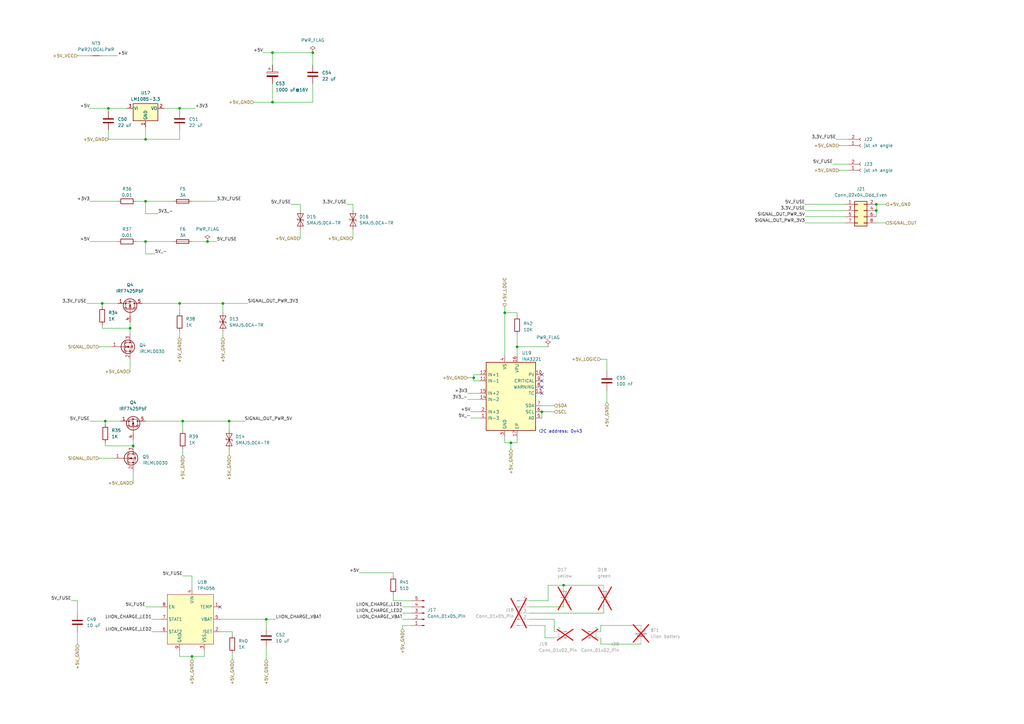
<source format=kicad_sch>
(kicad_sch (version 20231120) (generator "eeschema") (generator_version "8.0")
  (paper "A3")
  (lib_symbols
    (symbol "Connector:Conn_01x02_Pin" (pin_names (offset 1.016) hide)
      (property "Reference" "J" (at 0 2.54 0))
      (property "Value" "Conn_01x02_Pin" (at 0 -5.08 0))
      (symbol "Conn_01x02_Pin_1_1"
        (polyline (pts (xy 1.27 -2.54) (xy 0.8636 -2.54)) (stroke (width 0.1524)))
        (polyline (pts (xy 1.27 0) (xy 0.8636 0)) (stroke (width 0.1524)))
        (rectangle (start 0.8636 -2.413) (end 0 -2.667) (stroke (width 0.1524)) (fill (type outline)))
        (rectangle (start 0.8636 0.127) (end 0 -0.127) (stroke (width 0.1524)) (fill (type outline)))
        (pin passive line (at 5.08 0 180) (length 3.81) (name "Pin_1") (number "1"))
        (pin passive line (at 5.08 -2.54 180) (length 3.81) (name "Pin_2") (number "2"))
      )
    )
    (symbol "Connector:Conn_01x02_Socket" (pin_names (offset 1.016) hide)
      (property "Reference" "J" (at 0 2.54 0))
      (property "Value" "Conn_01x02_Socket" (at 0 -5.08 0))
      (symbol "Conn_01x02_Socket_1_1"
        (arc (start 0 -2.032) (mid -0.5058 -2.54) (end 0 -3.048) (stroke (width 0.1524)))
        (polyline (pts (xy -1.27 -2.54) (xy -0.508 -2.54)) (stroke (width 0.1524)))
        (polyline (pts (xy -1.27 0) (xy -0.508 0)) (stroke (width 0.1524)))
        (arc (start 0 0.508) (mid -0.5058 0) (end 0 -0.508) (stroke (width 0.1524)))
        (pin passive line (at -5.08 0 0) (length 3.81) (name "Pin_1") (number "1"))
        (pin passive line (at -5.08 -2.54 0) (length 3.81) (name "Pin_2") (number "2"))
      )
    )
    (symbol "Connector:Conn_01x05_Pin" (pin_names (offset 1.016) hide)
      (property "Reference" "J" (at 0 7.62 0))
      (property "Value" "Conn_01x05_Pin" (at 0 -7.62 0))
      (symbol "Conn_01x05_Pin_1_1"
        (polyline (pts (xy 1.27 -5.08) (xy 0.8636 -5.08)) (stroke (width 0.1524)))
        (polyline (pts (xy 1.27 -2.54) (xy 0.8636 -2.54)) (stroke (width 0.1524)))
        (polyline (pts (xy 1.27 0) (xy 0.8636 0)) (stroke (width 0.1524)))
        (polyline (pts (xy 1.27 2.54) (xy 0.8636 2.54)) (stroke (width 0.1524)))
        (polyline (pts (xy 1.27 5.08) (xy 0.8636 5.08)) (stroke (width 0.1524)))
        (rectangle (start 0.8636 -4.953) (end 0 -5.207) (stroke (width 0.1524)) (fill (type outline)))
        (rectangle (start 0.8636 -2.413) (end 0 -2.667) (stroke (width 0.1524)) (fill (type outline)))
        (rectangle (start 0.8636 0.127) (end 0 -0.127) (stroke (width 0.1524)) (fill (type outline)))
        (rectangle (start 0.8636 2.667) (end 0 2.413) (stroke (width 0.1524)) (fill (type outline)))
        (rectangle (start 0.8636 5.207) (end 0 4.953) (stroke (width 0.1524)) (fill (type outline)))
        (pin passive line (at 5.08 5.08 180) (length 3.81) (name "Pin_1") (number "1"))
        (pin passive line (at 5.08 2.54 180) (length 3.81) (name "Pin_2") (number "2"))
        (pin passive line (at 5.08 0 180) (length 3.81) (name "Pin_3") (number "3"))
        (pin passive line (at 5.08 -2.54 180) (length 3.81) (name "Pin_4") (number "4"))
        (pin passive line (at 5.08 -5.08 180) (length 3.81) (name "Pin_5") (number "5"))
      )
    )
    (symbol "Connector_Generic:Conn_02x04_Odd_Even" (pin_names (offset 1.016) hide)
      (property "Reference" "J" (at 1.27 5.08 0))
      (property "Value" "Conn_02x04_Odd_Even" (at 1.27 -7.62 0))
      (symbol "Conn_02x04_Odd_Even_1_1"
        (rectangle (start -1.27 -4.953) (end 0 -5.207) (stroke (width 0.1524)))
        (rectangle (start -1.27 -2.413) (end 0 -2.667) (stroke (width 0.1524)))
        (rectangle (start -1.27 0.127) (end 0 -0.127) (stroke (width 0.1524)))
        (rectangle (start -1.27 2.667) (end 0 2.413) (stroke (width 0.1524)))
        (rectangle (start -1.27 3.81) (end 3.81 -6.35) (stroke (width 0.254)) (fill (type background)))
        (rectangle (start 3.81 -4.953) (end 2.54 -5.207) (stroke (width 0.1524)))
        (rectangle (start 3.81 -2.413) (end 2.54 -2.667) (stroke (width 0.1524)))
        (rectangle (start 3.81 0.127) (end 2.54 -0.127) (stroke (width 0.1524)))
        (rectangle (start 3.81 2.667) (end 2.54 2.413) (stroke (width 0.1524)))
        (pin passive line (at -5.08 2.54 0) (length 3.81) (name "Pin_1") (number "1"))
        (pin passive line (at 7.62 2.54 180) (length 3.81) (name "Pin_2") (number "2"))
        (pin passive line (at -5.08 0 0) (length 3.81) (name "Pin_3") (number "3"))
        (pin passive line (at 7.62 0 180) (length 3.81) (name "Pin_4") (number "4"))
        (pin passive line (at -5.08 -2.54 0) (length 3.81) (name "Pin_5") (number "5"))
        (pin passive line (at 7.62 -2.54 180) (length 3.81) (name "Pin_6") (number "6"))
        (pin passive line (at -5.08 -5.08 0) (length 3.81) (name "Pin_7") (number "7"))
        (pin passive line (at 7.62 -5.08 180) (length 3.81) (name "Pin_8") (number "8"))
      )
    )
    (symbol "Device:Battery_Cell" (pin_numbers hide) (pin_names (offset 0) hide)
      (property "Reference" "BT" (at 2.54 2.54 0))
      (property "Value" "Battery_Cell" (at 2.54 0 0))
      (symbol "Battery_Cell_0_1"
        (rectangle (start -2.286 1.778) (end 2.286 1.524) (fill (type outline)))
        (rectangle (start -1.524 1.016) (end 1.524 0.508) (fill (type outline)))
        (polyline (pts (xy 0 0.762) (xy 0 0)))
        (polyline (pts (xy 0 1.778) (xy 0 2.54)))
        (polyline (pts (xy 0.762 3.048) (xy 1.778 3.048)) (stroke (width 0.254)))
        (polyline (pts (xy 1.27 3.556) (xy 1.27 2.54)) (stroke (width 0.254)))
      )
      (symbol "Battery_Cell_1_1"
        (pin passive line (at 0 5.08 270) (length 2.54) (name "+") (number "1"))
        (pin passive line (at 0 -2.54 90) (length 2.54) (name "-") (number "2"))
      )
    )
    (symbol "Device:C" (pin_numbers hide) (pin_names (offset 0.254))
      (property "Reference" "C" (at 0.635 2.54 0))
      (property "Value" "C" (at 0.635 -2.54 0))
      (symbol "C_0_1"
        (polyline (pts (xy -2.032 -0.762) (xy 2.032 -0.762)) (stroke (width 0.508)))
        (polyline (pts (xy -2.032 0.762) (xy 2.032 0.762)) (stroke (width 0.508)))
      )
      (symbol "C_1_1"
        (pin passive line (at 0 3.81 270) (length 2.794) (name "~") (number "1"))
        (pin passive line (at 0 -3.81 90) (length 2.794) (name "~") (number "2"))
      )
    )
    (symbol "Device:C_Polarized" (pin_numbers hide) (pin_names (offset 0.254))
      (property "Reference" "C" (at 0.635 2.54 0))
      (property "Value" "C_Polarized" (at 0.635 -2.54 0))
      (symbol "C_Polarized_0_1"
        (rectangle (start -2.286 0.508) (end 2.286 1.016))
        (polyline (pts (xy -1.778 2.286) (xy -0.762 2.286)))
        (polyline (pts (xy -1.27 2.794) (xy -1.27 1.778)))
        (rectangle (start 2.286 -0.508) (end -2.286 -1.016) (fill (type outline)))
      )
      (symbol "C_Polarized_1_1"
        (pin passive line (at 0 3.81 270) (length 2.794) (name "~") (number "1"))
        (pin passive line (at 0 -3.81 90) (length 2.794) (name "~") (number "2"))
      )
    )
    (symbol "Device:Fuse" (pin_numbers hide) (pin_names (offset 0))
      (property "Reference" "F" (at 2.032 0 90))
      (property "Value" "Fuse" (at -1.905 0 90))
      (symbol "Fuse_0_1"
        (rectangle (start -0.762 -2.54) (end 0.762 2.54) (stroke (width 0.254)))
        (polyline (pts (xy 0 2.54) (xy 0 -2.54)))
      )
      (symbol "Fuse_1_1"
        (pin passive line (at 0 3.81 270) (length 1.27) (name "~") (number "1"))
        (pin passive line (at 0 -3.81 90) (length 1.27) (name "~") (number "2"))
      )
    )
    (symbol "Device:LED" (pin_numbers hide) (pin_names (offset 1.016) hide)
      (property "Reference" "D" (at 0 2.54 0))
      (property "Value" "LED" (at 0 -2.54 0))
      (symbol "LED_0_1"
        (polyline (pts (xy -1.27 -1.27) (xy -1.27 1.27)) (stroke (width 0.254)))
        (polyline (pts (xy -1.27 0) (xy 1.27 0)))
        (polyline (pts (xy 1.27 -1.27) (xy 1.27 1.27) (xy -1.27 0) (xy 1.27 -1.27)) (stroke (width 0.254)))
        (polyline (pts (xy -3.048 -0.762) (xy -4.572 -2.286) (xy -3.81 -2.286) (xy -4.572 -2.286) (xy -4.572 -1.524)))
        (polyline (pts (xy -1.778 -0.762) (xy -3.302 -2.286) (xy -2.54 -2.286) (xy -3.302 -2.286) (xy -3.302 -1.524)))
      )
      (symbol "LED_1_1"
        (pin passive line (at -3.81 0 0) (length 2.54) (name "K") (number "1"))
        (pin passive line (at 3.81 0 180) (length 2.54) (name "A") (number "2"))
      )
    )
    (symbol "Device:NetTie_2" (pin_numbers hide) (pin_names (offset 0) hide) (in_bom no)
      (property "Reference" "NT" (at 0 1.27 0))
      (property "Value" "NetTie_2" (at 0 -1.27 0))
      (symbol "NetTie_2_0_1"
        (polyline (pts (xy -1.27 0) (xy 1.27 0)) (stroke (width 0.254)))
      )
      (symbol "NetTie_2_1_1"
        (pin passive line (at -2.54 0 0) (length 2.54) (name "1") (number "1"))
        (pin passive line (at 2.54 0 180) (length 2.54) (name "2") (number "2"))
      )
    )
    (symbol "Device:R" (pin_numbers hide) (pin_names (offset 0))
      (property "Reference" "R" (at 2.032 0 90))
      (property "Value" "R" (at 0 0 90))
      (symbol "R_0_1"
        (rectangle (start -1.016 -2.54) (end 1.016 2.54) (stroke (width 0.254)))
      )
      (symbol "R_1_1"
        (pin passive line (at 0 3.81 270) (length 1.27) (name "~") (number "1"))
        (pin passive line (at 0 -3.81 90) (length 1.27) (name "~") (number "2"))
      )
    )
    (symbol "Diode:ESD9B3.3ST5G" (pin_numbers hide) (pin_names (offset 1.016) hide)
      (property "Reference" "D" (at 0 2.54 0))
      (property "Value" "ESD9B3.3ST5G" (at 0 -2.54 0))
      (symbol "ESD9B3.3ST5G_0_1"
        (polyline (pts (xy 1.27 0) (xy -1.27 0)))
        (polyline (pts (xy -2.54 -1.27) (xy 0 0) (xy -2.54 1.27) (xy -2.54 -1.27)) (stroke (width 0.2032)))
        (polyline (pts (xy 0.508 1.27) (xy 0 1.27) (xy 0 -1.27) (xy -0.508 -1.27)) (stroke (width 0.2032)))
        (polyline (pts (xy 2.54 1.27) (xy 2.54 -1.27) (xy 0 0) (xy 2.54 1.27)) (stroke (width 0.2032)))
      )
      (symbol "ESD9B3.3ST5G_1_1"
        (pin passive line (at -3.81 0 0) (length 2.54) (name "A1") (number "1"))
        (pin passive line (at 3.81 0 180) (length 2.54) (name "A2") (number "2"))
      )
    )
    (symbol "My_Library:TP4056"
      (property "Reference" "U" (at 0 1.27 0))
      (property "Value" "TP4056" (at 0 -5.08 0))
      (symbol "TP4056_0_1"
        (polyline (pts (xy -10.16 7.62) (xy -10.16 -12.7) (xy 8.89 -12.7) (xy 8.89 7.62) (xy -10.16 7.62)) (fill (type background)))
      )
      (symbol "TP4056_1_0"
        (pin input line (at 11.43 2.54 180) (length 2.54) (name "TEMP") (number "1"))
      )
      (symbol "TP4056_1_1"
        (pin bidirectional line (at 11.43 -7.62 180) (length 2.54) (name "ISET") (number "2"))
        (pin power_in line (at 5.08 -15.24 90) (length 2.54) (name "VSS") (number "3"))
        (pin power_in line (at 0 10.16 270) (length 2.54) (name "VIN") (number "4"))
        (pin power_out line (at 11.43 -2.54 180) (length 2.54) (name "VBAT") (number "5"))
        (pin open_collector line (at -12.7 -7.62 0) (length 2.54) (name "STAT2") (number "6"))
        (pin open_collector line (at -12.7 -2.54 0) (length 2.54) (name "STAT1") (number "7"))
        (pin input line (at -12.7 2.54 0) (length 2.54) (name "EN") (number "8"))
        (pin power_in line (at -5.08 -15.24 90) (length 2.54) (name "GND") (number "9"))
      )
    )
    (symbol "Power_Management:INA3221"
      (property "Reference" "U" (at -10.16 17.78 0))
      (property "Value" "INA3221" (at 5.08 17.78 0))
      (symbol "INA3221_0_1"
        (rectangle (start 10.16 -12.7) (end -10.16 15.24) (stroke (width 0.254)) (fill (type background)))
      )
      (symbol "INA3221_1_1"
        (pin input line (at -12.7 -7.62 0) (length 2.54) (name "IN-3") (number "1"))
        (pin open_collector line (at 12.7 10.16 180) (length 2.54) (name "PV") (number "10"))
        (pin input line (at -12.7 7.62 0) (length 2.54) (name "IN-1") (number "11"))
        (pin input line (at -12.7 10.16 0) (length 2.54) (name "IN+1") (number "12"))
        (pin open_collector line (at 12.7 2.54 180) (length 2.54) (name "TC") (number "13"))
        (pin input line (at -12.7 0 0) (length 2.54) (name "IN-2") (number "14"))
        (pin input line (at -12.7 2.54 0) (length 2.54) (name "IN+2") (number "15"))
        (pin power_in line (at 2.54 17.78 270) (length 2.54) (name "VPU") (number "16"))
        (pin passive line (at 2.54 -15.24 90) (length 2.54) (name "EP") (number "17"))
        (pin input line (at -12.7 -5.08 0) (length 2.54) (name "IN+3") (number "2"))
        (pin power_in line (at -2.54 -15.24 90) (length 2.54) (name "GND") (number "3"))
        (pin power_in line (at -2.54 17.78 270) (length 2.54) (name "VS") (number "4"))
        (pin input line (at 12.7 -7.62 180) (length 2.54) (name "A0") (number "5"))
        (pin input line (at 12.7 -5.08 180) (length 2.54) (name "SCL") (number "6"))
        (pin bidirectional line (at 12.7 -2.54 180) (length 2.54) (name "SDA") (number "7"))
        (pin open_collector line (at 12.7 5.08 180) (length 2.54) (name "WARNING") (number "8"))
        (pin open_collector line (at 12.7 7.62 180) (length 2.54) (name "CRITICAL") (number "9"))
      )
    )
    (symbol "Regulator_Linear:LM1085-3.3" (pin_names (offset 0.254))
      (property "Reference" "U" (at -3.81 3.175 0))
      (property "Value" "LM1085-3.3" (at 0 3.175 0))
      (symbol "LM1085-3.3_0_1"
        (rectangle (start -5.08 1.905) (end 5.08 -5.08) (stroke (width 0.254)) (fill (type background)))
      )
      (symbol "LM1085-3.3_1_1"
        (pin power_in line (at 0 -7.62 90) (length 2.54) (name "GND") (number "1"))
        (pin power_out line (at 7.62 0 180) (length 2.54) (name "VO") (number "2"))
        (pin power_in line (at -7.62 0 0) (length 2.54) (name "VI") (number "3"))
      )
    )
    (symbol "Transistor_FET:IRF7404" (pin_names hide)
      (property "Reference" "Q" (at 5.08 1.905 0))
      (property "Value" "IRF7404" (at 5.08 0 0))
      (symbol "IRF7404_0_1"
        (polyline (pts (xy 0.254 0) (xy -2.54 0)))
        (polyline (pts (xy 0.254 1.905) (xy 0.254 -1.905)) (stroke (width 0.254)))
        (polyline (pts (xy 0.762 -1.27) (xy 0.762 -2.286)) (stroke (width 0.254)))
        (polyline (pts (xy 0.762 0.508) (xy 0.762 -0.508)) (stroke (width 0.254)))
        (polyline (pts (xy 0.762 2.286) (xy 0.762 1.27)) (stroke (width 0.254)))
        (polyline (pts (xy 2.54 2.54) (xy 2.54 1.778)))
        (polyline (pts (xy 2.54 -2.54) (xy 2.54 0) (xy 0.762 0)))
        (polyline (pts (xy 0.762 1.778) (xy 3.302 1.778) (xy 3.302 -1.778) (xy 0.762 -1.778)))
        (polyline (pts (xy 2.286 0) (xy 1.27 0.381) (xy 1.27 -0.381) (xy 2.286 0)) (fill (type outline)))
        (polyline (pts (xy 2.794 -0.508) (xy 2.921 -0.381) (xy 3.683 -0.381) (xy 3.81 -0.254)))
        (polyline (pts (xy 3.302 -0.381) (xy 2.921 0.254) (xy 3.683 0.254) (xy 3.302 -0.381)))
        (circle (center 1.651 0) (radius 2.794) (stroke (width 0.254)))
        (circle (center 2.54 -1.778) (radius 0.254) (fill (type outline)))
        (circle (center 2.54 1.778) (radius 0.254) (fill (type outline)))
      )
      (symbol "IRF7404_1_1"
        (pin passive line (at 2.54 -5.08 90) (length 2.54) (name "S") (number "1"))
        (pin passive line (at 2.54 -5.08 90) (length 2.54) hide (name "S") (number "2"))
        (pin passive line (at 2.54 -5.08 90) (length 2.54) hide (name "S") (number "3"))
        (pin passive line (at -5.08 0 0) (length 2.54) (name "G") (number "4"))
        (pin passive line (at 2.54 5.08 270) (length 2.54) (name "D") (number "5"))
        (pin passive line (at 2.54 5.08 270) (length 2.54) hide (name "D") (number "6"))
        (pin passive line (at 2.54 5.08 270) (length 2.54) hide (name "D") (number "7"))
        (pin passive line (at 2.54 5.08 270) (length 2.54) hide (name "D") (number "8"))
      )
    )
    (symbol "Transistor_FET:IRLML0030" (pin_names hide)
      (property "Reference" "Q" (at 5.08 1.905 0))
      (property "Value" "IRLML0030" (at 5.08 0 0))
      (symbol "IRLML0030_0_1"
        (polyline (pts (xy 0.254 0) (xy -2.54 0)))
        (polyline (pts (xy 0.254 1.905) (xy 0.254 -1.905)) (stroke (width 0.254)))
        (polyline (pts (xy 0.762 -1.27) (xy 0.762 -2.286)) (stroke (width 0.254)))
        (polyline (pts (xy 0.762 0.508) (xy 0.762 -0.508)) (stroke (width 0.254)))
        (polyline (pts (xy 0.762 2.286) (xy 0.762 1.27)) (stroke (width 0.254)))
        (polyline (pts (xy 2.54 2.54) (xy 2.54 1.778)))
        (polyline (pts (xy 2.54 -2.54) (xy 2.54 0) (xy 0.762 0)))
        (polyline (pts (xy 0.762 -1.778) (xy 3.302 -1.778) (xy 3.302 1.778) (xy 0.762 1.778)))
        (polyline (pts (xy 1.016 0) (xy 2.032 0.381) (xy 2.032 -0.381) (xy 1.016 0)) (fill (type outline)))
        (polyline (pts (xy 2.794 0.508) (xy 2.921 0.381) (xy 3.683 0.381) (xy 3.81 0.254)))
        (polyline (pts (xy 3.302 0.381) (xy 2.921 -0.254) (xy 3.683 -0.254) (xy 3.302 0.381)))
        (circle (center 1.651 0) (radius 2.794) (stroke (width 0.254)))
        (circle (center 2.54 -1.778) (radius 0.254) (fill (type outline)))
        (circle (center 2.54 1.778) (radius 0.254) (fill (type outline)))
      )
      (symbol "IRLML0030_1_1"
        (pin input line (at -5.08 0 0) (length 2.54) (name "G") (number "1"))
        (pin passive line (at 2.54 -5.08 90) (length 2.54) (name "S") (number "2"))
        (pin passive line (at 2.54 5.08 270) (length 2.54) (name "D") (number "3"))
      )
    )
    (symbol "power:PWR_FLAG" (power) (pin_numbers hide) (pin_names (offset 0) hide)
      (property "Value" "PWR_FLAG" (at 0 3.81 0))
      (symbol "PWR_FLAG_0_0"
        (pin power_out line (at 0 0 90) (length 0) (name "~") (number "1"))
      )
      (symbol "PWR_FLAG_0_1"
        (polyline (pts (xy 0 0) (xy 0 1.27) (xy -1.016 1.905) (xy 0 2.54) (xy 1.016 1.905) (xy 0 1.27)))
      )
    )
  )
  (junction (at 231.14 240.03))
  (junction (at 109.22 254))
  (junction (at 111.76 41.91))
  (junction (at 212.09 142.24))
  (junction (at 41.91 124.46))
  (junction (at 78.74 269.24))
  (junction (at 222.25 168.91))
  (junction (at 85.09 99.06))
  (junction (at 194.31 154.94))
  (junction (at 43.18 172.72))
  (junction (at 73.66 124.46))
  (junction (at 93.98 172.72))
  (junction (at 54.61 182.88))
  (junction (at 207.01 128.27))
  (junction (at 59.69 99.06))
  (junction (at 91.44 124.46))
  (junction (at 359.41 86.36))
  (junction (at 128.27 21.59))
  (junction (at 53.34 134.62))
  (junction (at 74.93 172.72))
  (junction (at 73.66 44.45))
  (junction (at 111.76 21.59))
  (junction (at 59.69 57.15))
  (junction (at 59.69 82.55))
  (junction (at 209.55 181.61))
  (junction (at 359.41 83.82))
  (junction (at 44.45 44.45))
  (no_connect (at 222.25 156.21))
  (no_connect (at 222.25 153.67))
  (no_connect (at 90.17 248.92))
  (no_connect (at 222.25 158.75))
  (no_connect (at 222.25 161.29))
  (wire (pts (xy 359.41 91.44) (xy 363.22 91.44)))
  (wire (pts (xy 194.31 156.21) (xy 196.85 156.21)))
  (wire (pts (xy 41.91 134.62) (xy 53.34 134.62)))
  (wire (pts (xy 165.1 257.81) (xy 165.1 256.54)))
  (wire (pts (xy 73.66 128.27) (xy 73.66 124.46)))
  (wire (pts (xy 36.83 82.55) (xy 48.26 82.55)))
  (wire (pts (xy 128.27 26.67) (xy 128.27 21.59)))
  (wire (pts (xy 359.41 83.82) (xy 359.41 86.36)))
  (wire (pts (xy 191.77 154.94) (xy 194.31 154.94)))
  (wire (pts (xy 344.17 59.69) (xy 347.98 59.69)))
  (wire (pts (xy 59.69 248.92) (xy 66.04 248.92)))
  (wire (pts (xy 41.91 134.62) (xy 41.91 133.35)))
  (wire (pts (xy 59.69 52.07) (xy 59.69 57.15)))
  (wire (pts (xy 64.77 87.63) (xy 59.69 87.63)))
  (wire (pts (xy 43.18 182.88) (xy 54.61 182.88)))
  (wire (pts (xy 59.69 172.72) (xy 74.93 172.72)))
  (wire (pts (xy 330.2 83.82) (xy 346.71 83.82)))
  (wire (pts (xy 40.64 187.96) (xy 46.99 187.96)))
  (wire (pts (xy 78.74 269.24) (xy 78.74 270.51)))
  (wire (pts (xy 73.66 124.46) (xy 91.44 124.46)))
  (wire (pts (xy 31.75 259.08) (xy 31.75 264.16)))
  (wire (pts (xy 63.5 104.14) (xy 59.69 104.14)))
  (wire (pts (xy 128.27 21.59) (xy 111.76 21.59)))
  (wire (pts (xy 165.1 248.92) (xy 168.91 248.92)))
  (wire (pts (xy 44.45 44.45) (xy 52.07 44.45)))
  (wire (pts (xy 53.34 132.08) (xy 53.34 134.62)))
  (wire (pts (xy 36.83 172.72) (xy 43.18 172.72)))
  (wire (pts (xy 231.14 247.65) (xy 231.14 248.92)))
  (wire (pts (xy 78.74 269.24) (xy 83.82 269.24)))
  (wire (pts (xy 196.85 153.67) (xy 194.31 153.67)))
  (wire (pts (xy 342.9 57.15) (xy 347.98 57.15)))
  (wire (pts (xy 222.25 166.37) (xy 227.33 166.37)))
  (wire (pts (xy 54.61 193.04) (xy 54.61 198.12)))
  (wire (pts (xy 93.98 172.72) (xy 100.33 172.72)))
  (wire (pts (xy 207.01 179.07) (xy 207.01 181.61)))
  (wire (pts (xy 62.23 259.08) (xy 66.04 259.08)))
  (wire (pts (xy 36.83 99.06) (xy 48.26 99.06)))
  (wire (pts (xy 95.25 259.08) (xy 95.25 260.35)))
  (wire (pts (xy 41.91 124.46) (xy 48.26 124.46)))
  (wire (pts (xy 78.74 82.55) (xy 88.9 82.55)))
  (wire (pts (xy 344.17 69.85) (xy 347.98 69.85)))
  (wire (pts (xy 330.2 86.36) (xy 346.71 86.36)))
  (wire (pts (xy 191.77 163.83) (xy 196.85 163.83)))
  (wire (pts (xy 74.93 184.15) (xy 74.93 186.69)))
  (wire (pts (xy 231.14 240.03) (xy 247.65 240.03)))
  (wire (pts (xy 191.77 161.29) (xy 196.85 161.29)))
  (wire (pts (xy 207.01 181.61) (xy 209.55 181.61)))
  (wire (pts (xy 246.38 147.32) (xy 248.92 147.32)))
  (wire (pts (xy 207.01 125.73) (xy 207.01 128.27)))
  (wire (pts (xy 31.75 246.38) (xy 31.75 251.46)))
  (wire (pts (xy 212.09 128.27) (xy 212.09 129.54)))
  (wire (pts (xy 73.66 269.24) (xy 78.74 269.24)))
  (wire (pts (xy 83.82 269.24) (xy 83.82 266.7)))
  (wire (pts (xy 109.22 254) (xy 109.22 257.81)))
  (wire (pts (xy 224.79 246.38) (xy 224.79 240.03)))
  (wire (pts (xy 74.93 236.22) (xy 78.74 236.22)))
  (wire (pts (xy 111.76 21.59) (xy 111.76 26.67)))
  (wire (pts (xy 212.09 142.24) (xy 224.79 142.24)))
  (wire (pts (xy 246.38 261.62) (xy 246.38 264.16)))
  (wire (pts (xy 217.17 248.92) (xy 231.14 248.92)))
  (wire (pts (xy 107.95 21.59) (xy 111.76 21.59)))
  (wire (pts (xy 165.1 254) (xy 168.91 254)))
  (wire (pts (xy 209.55 181.61) (xy 212.09 181.61)))
  (wire (pts (xy 44.45 53.34) (xy 44.45 57.15)))
  (wire (pts (xy 144.78 83.82) (xy 142.24 83.82)))
  (wire (pts (xy 222.25 168.91) (xy 222.25 171.45)))
  (wire (pts (xy 212.09 137.16) (xy 212.09 142.24)))
  (wire (pts (xy 128.27 41.91) (xy 111.76 41.91)))
  (wire (pts (xy 161.29 246.38) (xy 168.91 246.38)))
  (wire (pts (xy 40.64 142.24) (xy 45.72 142.24)))
  (wire (pts (xy 246.38 264.16) (xy 262.89 264.16)))
  (wire (pts (xy 123.19 93.98) (xy 123.19 97.79)))
  (wire (pts (xy 247.65 247.65) (xy 247.65 251.46)))
  (wire (pts (xy 35.56 124.46) (xy 41.91 124.46)))
  (wire (pts (xy 74.93 176.53) (xy 74.93 172.72)))
  (wire (pts (xy 59.69 82.55) (xy 71.12 82.55)))
  (wire (pts (xy 194.31 153.67) (xy 194.31 154.94)))
  (wire (pts (xy 53.34 134.62) (xy 53.34 137.16)))
  (wire (pts (xy 73.66 53.34) (xy 73.66 57.15)))
  (wire (pts (xy 55.88 99.06) (xy 59.69 99.06)))
  (wire (pts (xy 90.17 259.08) (xy 95.25 259.08)))
  (wire (pts (xy 58.42 124.46) (xy 73.66 124.46)))
  (wire (pts (xy 227.33 254) (xy 227.33 259.08)))
  (wire (pts (xy 53.34 147.32) (xy 53.34 152.4)))
  (wire (pts (xy 36.83 44.45) (xy 44.45 44.45)))
  (wire (pts (xy 59.69 57.15) (xy 73.66 57.15)))
  (wire (pts (xy 217.17 254) (xy 227.33 254)))
  (wire (pts (xy 90.17 254) (xy 109.22 254)))
  (wire (pts (xy 217.17 256.54) (xy 223.52 256.54)))
  (wire (pts (xy 74.93 172.72) (xy 93.98 172.72)))
  (wire (pts (xy 223.52 261.62) (xy 227.33 261.62)))
  (wire (pts (xy 62.23 254) (xy 66.04 254)))
  (wire (pts (xy 161.29 243.84) (xy 161.29 246.38)))
  (wire (pts (xy 111.76 34.29) (xy 111.76 41.91)))
  (wire (pts (xy 123.19 83.82) (xy 123.19 86.36)))
  (wire (pts (xy 59.69 87.63) (xy 59.69 82.55)))
  (wire (pts (xy 165.1 256.54) (xy 168.91 256.54)))
  (wire (pts (xy 330.2 88.9) (xy 346.71 88.9)))
  (wire (pts (xy 194.31 154.94) (xy 194.31 156.21)))
  (wire (pts (xy 212.09 181.61) (xy 212.09 179.07)))
  (wire (pts (xy 144.78 86.36) (xy 144.78 83.82)))
  (wire (pts (xy 54.61 180.34) (xy 54.61 182.88)))
  (wire (pts (xy 109.22 265.43) (xy 109.22 270.51)))
  (wire (pts (xy 78.74 236.22) (xy 78.74 241.3)))
  (wire (pts (xy 161.29 234.95) (xy 161.29 236.22)))
  (wire (pts (xy 93.98 172.72) (xy 93.98 176.53)))
  (wire (pts (xy 246.38 256.54) (xy 262.89 256.54)))
  (wire (pts (xy 193.04 168.91) (xy 196.85 168.91)))
  (wire (pts (xy 224.79 240.03) (xy 231.14 240.03)))
  (wire (pts (xy 363.22 83.82) (xy 359.41 83.82)))
  (wire (pts (xy 359.41 86.36) (xy 359.41 88.9)))
  (wire (pts (xy 59.69 104.14) (xy 59.69 99.06)))
  (wire (pts (xy 91.44 124.46) (xy 91.44 128.27)))
  (wire (pts (xy 223.52 256.54) (xy 223.52 261.62)))
  (wire (pts (xy 85.09 99.06) (xy 88.9 99.06)))
  (wire (pts (xy 73.66 44.45) (xy 73.66 45.72)))
  (wire (pts (xy 59.69 99.06) (xy 71.12 99.06)))
  (wire (pts (xy 95.25 267.97) (xy 95.25 270.51)))
  (wire (pts (xy 73.66 44.45) (xy 80.01 44.45)))
  (wire (pts (xy 217.17 251.46) (xy 247.65 251.46)))
  (wire (pts (xy 207.01 128.27) (xy 212.09 128.27)))
  (wire (pts (xy 78.74 99.06) (xy 85.09 99.06)))
  (wire (pts (xy 128.27 34.29) (xy 128.27 41.91)))
  (wire (pts (xy 93.98 184.15) (xy 93.98 186.69)))
  (wire (pts (xy 43.18 181.61) (xy 43.18 182.88)))
  (wire (pts (xy 119.38 83.82) (xy 123.19 83.82)))
  (wire (pts (xy 193.04 171.45) (xy 196.85 171.45)))
  (wire (pts (xy 67.31 44.45) (xy 73.66 44.45)))
  (wire (pts (xy 44.45 44.45) (xy 44.45 45.72)))
  (wire (pts (xy 55.88 82.55) (xy 59.69 82.55)))
  (wire (pts (xy 212.09 142.24) (xy 212.09 146.05)))
  (wire (pts (xy 217.17 246.38) (xy 224.79 246.38)))
  (wire (pts (xy 73.66 135.89) (xy 73.66 138.43)))
  (wire (pts (xy 248.92 147.32) (xy 248.92 152.4)))
  (wire (pts (xy 73.66 266.7) (xy 73.66 269.24)))
  (wire (pts (xy 248.92 160.02) (xy 248.92 165.1)))
  (wire (pts (xy 222.25 168.91) (xy 227.33 168.91)))
  (wire (pts (xy 43.18 172.72) (xy 43.18 173.99)))
  (wire (pts (xy 341.63 67.31) (xy 347.98 67.31)))
  (wire (pts (xy 330.2 91.44) (xy 346.71 91.44)))
  (wire (pts (xy 41.91 124.46) (xy 41.91 125.73)))
  (wire (pts (xy 31.75 22.86) (xy 36.83 22.86)))
  (wire (pts (xy 41.91 22.86) (xy 48.26 22.86)))
  (wire (pts (xy 91.44 135.89) (xy 91.44 138.43)))
  (wire (pts (xy 44.45 57.15) (xy 59.69 57.15)))
  (wire (pts (xy 209.55 184.15) (xy 209.55 181.61)))
  (wire (pts (xy 207.01 128.27) (xy 207.01 146.05)))
  (wire (pts (xy 246.38 259.08) (xy 246.38 256.54)))
  (wire (pts (xy 29.21 246.38) (xy 31.75 246.38)))
  (wire (pts (xy 104.14 41.91) (xy 111.76 41.91)))
  (wire (pts (xy 165.1 251.46) (xy 168.91 251.46)))
  (wire (pts (xy 109.22 254) (xy 113.03 254)))
  (wire (pts (xy 91.44 124.46) (xy 101.6 124.46)))
  (wire (pts (xy 147.32 234.95) (xy 161.29 234.95)))
  (wire (pts (xy 144.78 93.98) (xy 144.78 97.79)))
  (wire (pts (xy 43.18 172.72) (xy 49.53 172.72)))
  (text "I2C address: 0x43\n" (at 220.98 177.8 0) (effects (font (size 1.27 1.27)) (justify left bottom)))
  (label "5V_-" (at 193.04 171.45 180))
  (label "LIION_CHARGE_LED2" (at 165.1 251.46 180))
  (label "5V_FUSE" (at 330.2 83.82 180))
  (label "SIGNAL_OUT_PWR_5V" (at 330.2 88.9 180))
  (label "LIION_CHARGE_VBAT" (at 165.1 254 180))
  (label "5V_FUSE" (at 341.63 67.31 180))
  (label "3.3V_FUSE" (at 35.56 124.46 180))
  (label "LIION_CHARGE_LED1" (at 62.23 254 180))
  (label "+5V" (at 107.95 21.59 180))
  (label "5V_FUSE" (at 59.69 248.92 180))
  (label "3.3V_FUSE" (at 330.2 86.36 180))
  (label "5V_FUSE" (at 74.93 236.22 180))
  (label "SIGNAL_OUT_PWR_3V3" (at 101.6 124.46 0))
  (label "3V3_-" (at 64.77 87.63 0))
  (label "+5V" (at 48.26 22.86 0))
  (label "5V_FUSE" (at 36.83 172.72 180))
  (label "3V3_-" (at 191.77 163.83 180))
  (label "5V_-" (at 63.5 104.14 0))
  (label "LIION_CHARGE_LED1" (at 165.1 248.92 180))
  (label "5V_FUSE" (at 119.38 83.82 180))
  (label "5V_FUSE" (at 88.9 99.06 0))
  (label "+5V" (at 147.32 234.95 180))
  (label "3.3V_FUSE" (at 88.9 82.55 0))
  (label "3.3V_FUSE" (at 142.24 83.82 180))
  (label "SIGNAL_OUT_PWR_3V3" (at 330.2 91.44 180))
  (label "+5V" (at 193.04 168.91 180))
  (label "5V_FUSE" (at 29.21 246.38 180))
  (label "+5V" (at 36.83 99.06 180))
  (label "LIION_CHARGE_LED2" (at 62.23 259.08 180))
  (label "LIION_CHARGE_VBAT" (at 113.03 254 0))
  (label "+5V" (at 36.83 44.45 180))
  (label "SIGNAL_OUT_PWR_5V" (at 100.33 172.72 0))
  (label "+3V3" (at 80.01 44.45 0))
  (label "3.3V_FUSE" (at 342.9 57.15 180))
  (label "+3V3" (at 36.83 82.55 180))
  (label "+3V3" (at 191.77 161.29 180))
  (hierarchical_label "+5V_GND" (shape input) (at 73.66 138.43 270))
  (hierarchical_label "+5V_GND" (shape input) (at 44.45 57.15 180))
  (hierarchical_label "+5V_GND" (shape input) (at 53.34 152.4 180))
  (hierarchical_label "SCL" (shape input) (at 227.33 168.91 0))
  (hierarchical_label "+5V_GND" (shape input) (at 344.17 59.69 180))
  (hierarchical_label "+5V_GND" (shape input) (at 78.74 270.51 270))
  (hierarchical_label "+5V_GND" (shape input) (at 31.75 264.16 270))
  (hierarchical_label "+5V_GND" (shape input) (at 144.78 97.79 180))
  (hierarchical_label "+5V_GND" (shape input) (at 165.1 257.81 270))
  (hierarchical_label "+5V_GND" (shape input) (at 248.92 165.1 270))
  (hierarchical_label "+5V_LOGIC" (shape input) (at 207.01 125.73 90))
  (hierarchical_label "+5V_GND" (shape input) (at 191.77 154.94 180))
  (hierarchical_label "+5V_GND" (shape input) (at 54.61 198.12 180))
  (hierarchical_label "+5V_GND" (shape input) (at 91.44 138.43 270))
  (hierarchical_label "SDA" (shape input) (at 227.33 166.37 0))
  (hierarchical_label "+5V_GND" (shape input) (at 74.93 186.69 270))
  (hierarchical_label "+5V_GND" (shape input) (at 344.17 69.85 180))
  (hierarchical_label "SIGNAL_OUT" (shape input) (at 40.64 142.24 180))
  (hierarchical_label "+5V_GND" (shape input) (at 95.25 270.51 270))
  (hierarchical_label "+5V_GND" (shape input) (at 123.19 97.79 180))
  (hierarchical_label "+5V_GND" (shape input) (at 363.22 83.82 0))
  (hierarchical_label "+5V_GND" (shape input) (at 109.22 270.51 270))
  (hierarchical_label "SIGNAL_OUT" (shape input) (at 40.64 187.96 180))
  (hierarchical_label "+5V_LOGIC" (shape input) (at 246.38 147.32 180))
  (hierarchical_label "+5V_GND" (shape input) (at 104.14 41.91 180))
  (hierarchical_label "SIGNAL_OUT" (shape input) (at 363.22 91.44 0))
  (hierarchical_label "+5V_GND" (shape input) (at 209.55 184.15 270))
  (hierarchical_label "+5V_VCC" (shape input) (at 31.75 22.86 180))
  (hierarchical_label "+5V_GND" (shape input) (at 93.98 186.69 270))
  (symbol (lib_id "Diode:ESD9B3.3ST5G") (at 91.44 132.08 90) (unit 1)
    (property "Reference" "D13" (at 93.98 130.8099 90) (effects (justify right)))
    (property "Value" "SMAJ5.0CA-TR" (at 93.98 133.3499 90) (effects (justify right)))
    (property "Footprint" "Diode_SMD:D_SMA" (effects (hide yes)))
    (property "Datasheet" "https://www.onsemi.com/pub/Collateral/ESD9B-D.PDF" (effects (hide yes)))
    (property "Description" "ESD protection diode, 3.3Vrwm, SOD-923" (effects (hide yes)))
    (instances (project "supply" (path "" (reference "D13") (unit 1))) (project "3dprinter_module_kicad" (path "" (reference "D6") (unit 1))))
  )
  (symbol (lib_id "Device:R") (at 41.91 129.54 180) (unit 1)
    (property "Reference" "R34" (at 44.45 128.27 0) (effects (justify right)))
    (property "Value" "1K" (at 44.45 130.81 0) (effects (justify right)))
    (property "Footprint" "Resistor_SMD:R_0805_2012Metric" (effects (hide yes)))
    (property "Description" "Resistor" (effects (hide yes)))
  )
  (symbol (lib_id "Device:R") (at 212.09 133.35 0) (unit 1)
    (property "Reference" "R42" (at 214.63 132.715 0) (effects (justify left)))
    (property "Value" "10K" (at 214.63 135.255 0) (effects (justify left)))
    (property "Footprint" "Resistor_SMD:R_0805_2012Metric" (effects (hide yes)))
    (property "Description" "Resistor" (effects (hide yes)))
  )
  (symbol (lib_id "Device:NetTie_2") (at 39.37 22.86 0) (unit 1) (in_bom no)
    (property "Reference" "NT3" (at 39.37 17.78 0))
    (property "Value" "PWR2LOCALPWR" (at 39.37 20.32 0))
    (property "Footprint" "NetTie:NetTie-2_SMD_Pad2.0mm" (effects (hide yes)))
    (property "Description" "Net tie, 2 pins" (effects (hide yes)))
  )
  (symbol (lib_id "Connector:Conn_01x02_Pin") (at 241.3 261.62 0) (mirror x) (unit 1) (in_bom no) (on_board no) (dnp yes)
    (property "Reference" "J20" (at 254 264.16 0) (effects (justify right)))
    (property "Value" "Conn_01x02_Pin" (at 254 266.7 0) (effects (justify right)))
    (property "Description" "Generic connector, single row, 01x02, script generated" (effects (hide yes)))
  )
  (symbol (lib_id "Device:R") (at 73.66 132.08 180) (unit 1)
    (property "Reference" "R38" (at 76.2 130.81 0) (effects (justify right)))
    (property "Value" "1K" (at 76.2 133.35 0) (effects (justify right)))
    (property "Footprint" "Resistor_SMD:R_0805_2012Metric" (effects (hide yes)))
    (property "Description" "Resistor" (effects (hide yes)))
  )
  (symbol (lib_id "Connector:Conn_01x02_Socket") (at 353.06 69.85 0) (mirror x) (unit 1)
    (property "Reference" "J23" (at 354.33 67.31 0) (effects (justify left)))
    (property "Value" "jst xh angle" (at 354.33 69.85 0) (effects (justify left)))
    (property "Footprint" "Connector_JST:JST_XH_S2B-XH-A_1x02_P2.50mm_Horizontal" (effects (hide yes)))
    (property "Description" "Generic connector, single row, 01x02, script generated" (effects (hide yes)))
  )
  (symbol (lib_id "Device:R") (at 52.07 99.06 270) (unit 1)
    (property "Reference" "R37" (at 52.07 93.98 90))
    (property "Value" "0.01" (at 52.07 96.52 90))
    (property "Footprint" "Resistor_SMD:R_1206_3216Metric" (effects (hide yes)))
    (property "Description" "Resistor" (effects (hide yes)))
  )
  (symbol (lib_id "Device:C") (at 128.27 30.48 180) (unit 1)
    (property "Reference" "C54" (at 132.08 29.845 0) (effects (justify right)))
    (property "Value" "22 uF" (at 132.08 32.385 0) (effects (justify right)))
    (property "Footprint" "Capacitor_SMD:C_1210_3225Metric" (effects (hide yes)))
    (property "Description" "Unpolarized capacitor" (effects (hide yes)))
  )
  (symbol (lib_id "Transistor_FET:IRF7404") (at 54.61 175.26 270) (mirror x) (unit 1)
    (property "Reference" "Q4" (at 54.61 165.1 90))
    (property "Value" "IRF7425PbF" (at 54.61 167.64 90))
    (property "Footprint" "Package_SO:SOIC-8_3.9x4.9mm_P1.27mm" (effects (hide yes)))
    (property "Datasheet" "http://www.infineon.com/dgdl/irf7404.pdf?fileId=5546d462533600a4015355fa2b5b1b9e" (effects (hide yes)))
    (property "Description" "-6.7A Id, -20V Vds, P-Channel HEXFET Power MOSFET, SO-8" (effects (hide yes)))
    (instances (project "xray" (path "" (reference "Q4") (unit 1))) (project "supply" (path "" (reference "Q7") (unit 1))) (project "xray-v2" (path "" (reference "Q4") (unit 1))))
  )
  (symbol (lib_id "power:PWR_FLAG") (at 224.79 142.24 0) (unit 1)
    (property "Reference" "#FLG020" (effects (hide yes)))
    (property "Value" "PWR_FLAG" (at 224.79 138.43 0))
    (property "Description" "Special symbol for telling ERC where power comes from" (effects (hide yes)))
  )
  (symbol (lib_id "Device:R") (at 74.93 180.34 180) (unit 1)
    (property "Reference" "R39" (at 77.47 179.07 0) (effects (justify right)))
    (property "Value" "1K" (at 77.47 181.61 0) (effects (justify right)))
    (property "Footprint" "Resistor_SMD:R_0805_2012Metric" (effects (hide yes)))
    (property "Description" "Resistor" (effects (hide yes)))
  )
  (symbol (lib_id "power:PWR_FLAG") (at 85.09 99.06 0) (unit 1)
    (property "Reference" "#FLG018" (effects (hide yes)))
    (property "Value" "PWR_FLAG" (at 85.09 93.98 0))
    (property "Description" "Special symbol for telling ERC where power comes from" (effects (hide yes)))
  )
  (symbol (lib_id "Device:LED") (at 247.65 243.84 90) (unit 1) (on_board no) (dnp yes)
    (property "Reference" "D18" (at 245.11 233.68 90) (effects (justify right)))
    (property "Value" "green" (at 245.11 236.22 90) (effects (justify right)))
    (property "Description" "Light emitting diode" (effects (hide yes)))
  )
  (symbol (lib_id "Connector:Conn_01x02_Socket") (at 353.06 59.69 0) (mirror x) (unit 1)
    (property "Reference" "J22" (at 354.33 57.15 0) (effects (justify left)))
    (property "Value" "jst xh angle" (at 354.33 59.69 0) (effects (justify left)))
    (property "Footprint" "Connector_JST:JST_XH_S2B-XH-A_1x02_P2.50mm_Horizontal" (effects (hide yes)))
    (property "Description" "Generic connector, single row, 01x02, script generated" (effects (hide yes)))
  )
  (symbol (lib_id "Device:LED") (at 231.14 243.84 90) (unit 1) (on_board no) (dnp yes)
    (property "Reference" "D17" (at 228.6 233.68 90) (effects (justify right)))
    (property "Value" "yellow" (at 228.6 236.22 90) (effects (justify right)))
    (property "Description" "Light emitting diode" (effects (hide yes)))
  )
  (symbol (lib_id "Device:C") (at 109.22 261.62 180) (unit 1)
    (property "Reference" "C52" (at 113.03 260.35 0) (effects (justify right)))
    (property "Value" "10 uF" (at 113.03 262.89 0) (effects (justify right)))
    (property "Footprint" "Capacitor_SMD:C_0603_1608Metric" (effects (hide yes)))
    (property "Description" "Unpolarized capacitor" (effects (hide yes)))
  )
  (symbol (lib_id "Device:R") (at 52.07 82.55 270) (unit 1)
    (property "Reference" "R36" (at 52.07 77.47 90))
    (property "Value" "0.01" (at 52.07 80.01 90))
    (property "Footprint" "Resistor_SMD:R_1206_3216Metric" (effects (hide yes)))
    (property "Description" "Resistor" (effects (hide yes)))
  )
  (symbol (lib_id "Device:C") (at 44.45 49.53 180) (unit 1)
    (property "Reference" "C50" (at 48.26 48.895 0) (effects (justify right)))
    (property "Value" "22 uF" (at 48.26 51.435 0) (effects (justify right)))
    (property "Footprint" "Capacitor_SMD:C_1210_3225Metric" (effects (hide yes)))
    (property "Description" "Unpolarized capacitor" (effects (hide yes)))
  )
  (symbol (lib_id "Power_Management:INA3221") (at 209.55 163.83 0) (unit 1)
    (property "Reference" "U19" (at 214.0459 144.78 0) (effects (justify left)))
    (property "Value" "INA3221" (at 214.0459 147.32 0) (effects (justify left)))
    (property "Footprint" "Package_DFN_QFN:Texas_RGV0016A_VQFN-16-1EP_4x4mm_P0.65mm_EP2.1x2.1mm" (effects (hide yes)))
    (property "Datasheet" "http://www.ti.com/lit/ds/symlink/ina3221.pdf" (effects (hide yes)))
    (property "Description" "Triple-Channel High-Side Shunt and Bus Voltage Monitor with I2C and SMBUS Compatible Interface, QFN-16" (effects (hide yes)))
  )
  (symbol (lib_id "Device:R") (at 161.29 240.03 0) (unit 1)
    (property "Reference" "R41" (at 163.83 238.76 0) (effects (justify left)))
    (property "Value" "510" (at 163.83 241.3 0) (effects (justify left)))
    (property "Footprint" "Resistor_SMD:R_0805_2012Metric" (effects (hide yes)))
    (property "Description" "Resistor" (effects (hide yes)))
  )
  (symbol (lib_id "Diode:ESD9B3.3ST5G") (at 144.78 90.17 90) (unit 1)
    (property "Reference" "D16" (at 147.32 88.8999 90) (effects (justify right)))
    (property "Value" "SMAJ5.0CA-TR" (at 147.32 91.4399 90) (effects (justify right)))
    (property "Footprint" "Diode_SMD:D_SMA" (effects (hide yes)))
    (property "Datasheet" "https://www.onsemi.com/pub/Collateral/ESD9B-D.PDF" (effects (hide yes)))
    (property "Description" "ESD protection diode, 3.3Vrwm, SOD-923" (effects (hide yes)))
    (instances (project "supply" (path "" (reference "D16") (unit 1))) (project "3dprinter_module_kicad" (path "" (reference "D6") (unit 1))))
  )
  (symbol (lib_id "Device:C") (at 248.92 156.21 180) (unit 1)
    (property "Reference" "C55" (at 252.73 154.94 0) (effects (justify right)))
    (property "Value" "100 nF" (at 252.73 157.48 0) (effects (justify right)))
    (property "Footprint" "Capacitor_SMD:C_0603_1608Metric" (effects (hide yes)))
    (property "Description" "Unpolarized capacitor" (effects (hide yes)))
  )
  (symbol (lib_id "Device:C") (at 31.75 255.27 180) (unit 1)
    (property "Reference" "C49" (at 35.56 254 0) (effects (justify right)))
    (property "Value" "10 uF" (at 35.56 256.54 0) (effects (justify right)))
    (property "Footprint" "Capacitor_SMD:C_0603_1608Metric" (effects (hide yes)))
    (property "Description" "Unpolarized capacitor" (effects (hide yes)))
  )
  (symbol (lib_id "power:PWR_FLAG") (at 128.27 21.59 0) (unit 1)
    (property "Reference" "#FLG019" (effects (hide yes)))
    (property "Value" "PWR_FLAG" (at 128.27 16.51 0))
    (property "Description" "Special symbol for telling ERC where power comes from" (effects (hide yes)))
  )
  (symbol (lib_id "Device:R") (at 95.25 264.16 180) (unit 1)
    (property "Reference" "R40" (at 97.79 262.89 0) (effects (justify right)))
    (property "Value" "1K" (at 97.79 265.43 0) (effects (justify right)))
    (property "Footprint" "Resistor_SMD:R_0805_2012Metric" (effects (hide yes)))
    (property "Description" "Resistor" (effects (hide yes)))
  )
  (symbol (lib_id "Connector:Conn_01x02_Pin") (at 232.41 261.62 180) (unit 1) (on_board no) (dnp yes)
    (property "Reference" "J19" (at 220.98 264.16 0) (effects (justify right)))
    (property "Value" "Conn_01x02_Pin" (at 220.98 266.7 0) (effects (justify right)))
    (property "Footprint" "Connector_JST:JST_XH_B2B-XH-A_1x02_P2.50mm_Vertical" (effects (hide yes)))
    (property "Description" "Generic connector, single row, 01x02, script generated" (effects (hide yes)))
  )
  (symbol (lib_id "Connector:Conn_01x05_Pin") (at 173.99 251.46 180) (unit 1)
    (property "Reference" "J17" (at 175.26 250.19 0) (effects (justify right)))
    (property "Value" "Conn_01x05_Pin" (at 175.26 252.73 0) (effects (justify right)))
    (property "Footprint" "Connector_JST:JST_XH_B5B-XH-A_1x05_P2.50mm_Vertical" (effects (hide yes)))
    (property "Description" "Generic connector, single row, 01x05, script generated" (effects (hide yes)))
  )
  (symbol (lib_id "Transistor_FET:IRLML0030") (at 52.07 187.96 0) (unit 1)
    (property "Reference" "Q5" (at 58.42 187.325 0) (effects (justify left)))
    (property "Value" "IRLML0030" (at 58.42 189.865 0) (effects (justify left)))
    (property "Footprint" "Package_TO_SOT_SMD:SOT-23" (effects (hide yes)))
    (property "Datasheet" "https://www.infineon.com/dgdl/irlml0030pbf.pdf?fileId=5546d462533600a401535664773825df" (effects (hide yes)))
    (property "Description" "5.3A Id, 30V Vds, 27mOhm Rds, N-Channel HEXFET Power MOSFET, SOT-23" (effects (hide yes)))
  )
  (symbol (lib_id "My_Library:TP4056") (at 78.74 251.46 0) (unit 1)
    (property "Reference" "U18" (at 80.9341 238.76 0) (effects (justify left)))
    (property "Value" "TP4056" (at 80.9341 241.3 0) (effects (justify left)))
    (property "Footprint" "Library:SOP127P600X175-9N" (effects (hide yes)))
    (property "Datasheet" "https://static.chipdip.ru/lib/848/DOC018848830.pdf" (effects (hide yes)))
  )
  (symbol (lib_id "Regulator_Linear:LM1085-3.3") (at 59.69 44.45 0) (unit 1)
    (property "Reference" "U17" (at 59.69 38.1 0))
    (property "Value" "LM1085-3.3" (at 59.69 40.64 0))
    (property "Footprint" "Package_TO_SOT_SMD:TO-263-3_TabPin2" (effects (hide yes)))
    (property "Datasheet" "http://www.ti.com/lit/ds/symlink/lm1085.pdf" (effects (hide yes)))
    (property "Description" "3A 27V Linear Regulator, Fixed Output 3.3V, TO-220/TO-263" (effects (hide yes)))
  )
  (symbol (lib_id "Transistor_FET:IRLML0030") (at 50.8 142.24 0) (unit 1)
    (property "Reference" "Q4" (at 57.15 141.605 0) (effects (justify left)))
    (property "Value" "IRLML0030" (at 57.15 144.145 0) (effects (justify left)))
    (property "Footprint" "Package_TO_SOT_SMD:SOT-23" (effects (hide yes)))
    (property "Datasheet" "https://www.infineon.com/dgdl/irlml0030pbf.pdf?fileId=5546d462533600a401535664773825df" (effects (hide yes)))
    (property "Description" "5.3A Id, 30V Vds, 27mOhm Rds, N-Channel HEXFET Power MOSFET, SOT-23" (effects (hide yes)))
  )
  (symbol (lib_id "Device:Battery_Cell") (at 262.89 261.62 0) (unit 1) (in_bom no) (on_board no) (dnp yes)
    (property "Reference" "BT1" (at 266.7 258.5085 0) (effects (justify left)))
    (property "Value" "LiIon battery" (at 266.7 261.0485 0) (effects (justify left)))
    (property "Description" "Single-cell battery" (effects (hide yes)))
  )
  (symbol (lib_id "Diode:ESD9B3.3ST5G") (at 93.98 180.34 90) (unit 1)
    (property "Reference" "D14" (at 96.52 179.0699 90) (effects (justify right)))
    (property "Value" "SMAJ5.0CA-TR" (at 96.52 181.6099 90) (effects (justify right)))
    (property "Footprint" "Diode_SMD:D_SMA" (effects (hide yes)))
    (property "Datasheet" "https://www.onsemi.com/pub/Collateral/ESD9B-D.PDF" (effects (hide yes)))
    (property "Description" "ESD protection diode, 3.3Vrwm, SOD-923" (effects (hide yes)))
    (instances (project "supply" (path "" (reference "D14") (unit 1))) (project "3dprinter_module_kicad" (path "" (reference "D6") (unit 1))))
  )
  (symbol (lib_id "Diode:ESD9B3.3ST5G") (at 123.19 90.17 90) (unit 1)
    (property "Reference" "D15" (at 125.73 88.8999 90) (effects (justify right)))
    (property "Value" "SMAJ5.0CA-TR" (at 125.73 91.4399 90) (effects (justify right)))
    (property "Footprint" "Diode_SMD:D_SMA" (effects (hide yes)))
    (property "Datasheet" "https://www.onsemi.com/pub/Collateral/ESD9B-D.PDF" (effects (hide yes)))
    (property "Description" "ESD protection diode, 3.3Vrwm, SOD-923" (effects (hide yes)))
    (instances (project "supply" (path "" (reference "D15") (unit 1))) (project "3dprinter_module_kicad" (path "" (reference "D6") (unit 1))))
  )
  (symbol (lib_id "Device:R") (at 43.18 177.8 180) (unit 1)
    (property "Reference" "R35" (at 45.72 176.53 0) (effects (justify right)))
    (property "Value" "1K" (at 45.72 179.07 0) (effects (justify right)))
    (property "Footprint" "Resistor_SMD:R_0805_2012Metric" (effects (hide yes)))
    (property "Description" "Resistor" (effects (hide yes)))
  )
  (symbol (lib_id "Transistor_FET:IRF7404") (at 53.34 127 270) (mirror x) (unit 1)
    (property "Reference" "Q4" (at 53.34 116.84 90))
    (property "Value" "IRF7425PbF" (at 53.34 119.38 90))
    (property "Footprint" "Package_SO:SOIC-8_3.9x4.9mm_P1.27mm" (effects (hide yes)))
    (property "Datasheet" "http://www.infineon.com/dgdl/irf7404.pdf?fileId=5546d462533600a4015355fa2b5b1b9e" (effects (hide yes)))
    (property "Description" "-6.7A Id, -20V Vds, P-Channel HEXFET Power MOSFET, SO-8" (effects (hide yes)))
    (instances (project "xray" (path "" (reference "Q4") (unit 1))) (project "supply" (path "" (reference "Q6") (unit 1))) (project "xray-v2" (path "" (reference "Q4") (unit 1))))
  )
  (symbol (lib_id "Device:Fuse") (at 74.93 99.06 90) (unit 1)
    (property "Reference" "F6" (at 74.93 93.98 90))
    (property "Value" "3A" (at 74.93 96.52 90))
    (property "Footprint" "Connector_Wire:SolderWire-0.75sqmm_1x02_P4.8mm_D1.25mm_OD2.3mm" (effects (hide yes)))
    (property "Description" "Fuse" (effects (hide yes)))
  )
  (symbol (lib_id "Device:C_Polarized") (at 111.76 30.48 0) (unit 1)
    (property "Reference" "C53" (at 113.03 34.29 0) (effects (justify left)))
    (property "Value" "1000 uF@16V" (at 113.03 36.83 0) (effects (justify left)))
    (property "Footprint" "Capacitor_THT:CP_Radial_D10.0mm_P5.00mm" (effects (hide yes)))
    (property "Description" "Polarized capacitor" (effects (hide yes)))
  )
  (symbol (lib_id "Connector_Generic:Conn_02x04_Odd_Even") (at 351.79 86.36 0) (unit 1)
    (property "Reference" "J21" (at 353.06 77.47 0))
    (property "Value" "Conn_02x04_Odd_Even" (at 353.06 80.01 0))
    (property "Footprint" "Connector_PinSocket_2.54mm:PinSocket_2x04_P2.54mm_Horizontal" (effects (hide yes)))
    (property "Description" "Generic connector, double row, 02x04, odd/even pin numbering scheme (row 1 odd numbers, row 2 even numbers), script generated (kicad-library-utils/schlib/autogen/connector/)" (effects (hide yes)))
  )
  (symbol (lib_id "Device:C") (at 73.66 49.53 180) (unit 1)
    (property "Reference" "C51" (at 77.47 48.895 0) (effects (justify right)))
    (property "Value" "22 uF" (at 77.47 51.435 0) (effects (justify right)))
    (property "Footprint" "Capacitor_SMD:C_1210_3225Metric" (effects (hide yes)))
    (property "Description" "Unpolarized capacitor" (effects (hide yes)))
  )
  (symbol (lib_id "Connector:Conn_01x05_Pin") (at 212.09 251.46 0) (mirror x) (unit 1) (in_bom no) (on_board no) (dnp yes)
    (property "Reference" "J18" (at 210.82 250.19 0) (effects (justify right)))
    (property "Value" "Conn_01x05_Pin" (at 210.82 252.73 0) (effects (justify right)))
    (property "Description" "Generic connector, single row, 01x05, script generated" (effects (hide yes)))
  )
  (symbol (lib_id "Device:Fuse") (at 74.93 82.55 90) (unit 1)
    (property "Reference" "F5" (at 74.93 77.47 90))
    (property "Value" "3A" (at 74.93 80.01 90))
    (property "Footprint" "Connector_Wire:SolderWire-0.75sqmm_1x02_P4.8mm_D1.25mm_OD2.3mm" (effects (hide yes)))
    (property "Description" "Fuse" (effects (hide yes)))
  )
)
</source>
